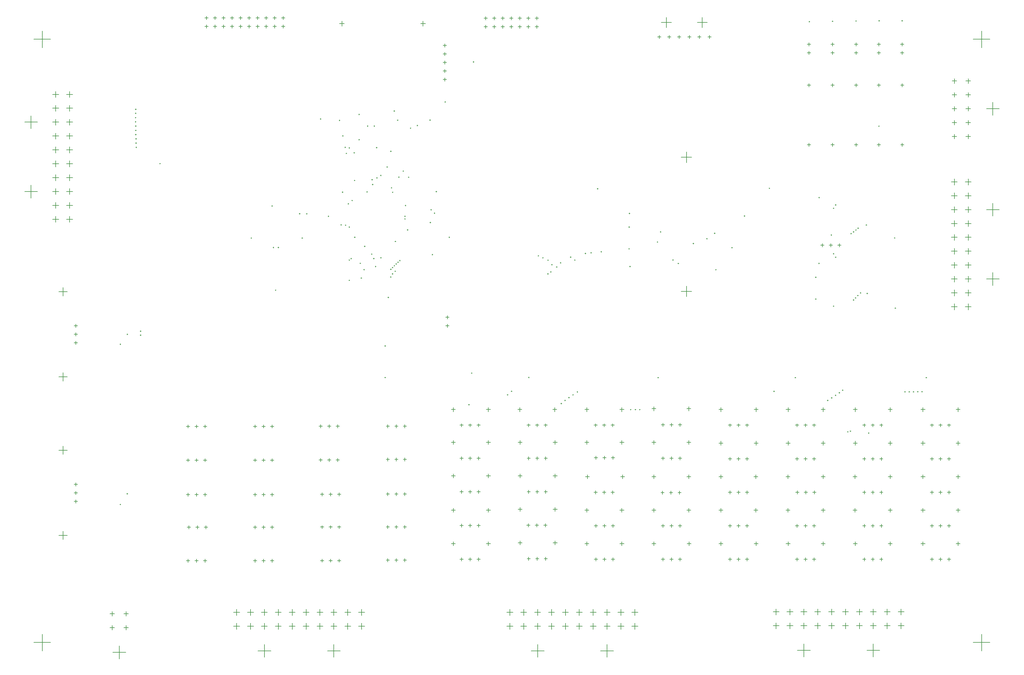
<source format=gbr>
%TF.GenerationSoftware,Altium Limited,Altium Designer,18.0.11 (651)*%
G04 Layer_Color=128*
%FSLAX26Y26*%
%MOIN*%
%TF.FileFunction,Drillmap*%
%TF.Part,Single*%
G01*
G75*
%TA.AperFunction,NonConductor*%
%ADD92C,0.005000*%
D92*
X5677244Y7628346D02*
X5717244D01*
X5697244Y7608346D02*
Y7648346D01*
X5777244Y7628346D02*
X5817244D01*
X5797244Y7608346D02*
Y7648346D01*
X5677244Y7728346D02*
X5717244D01*
X5697244Y7708346D02*
Y7748346D01*
X6177244Y7628346D02*
X6217244D01*
X6197244Y7608346D02*
Y7648346D01*
X6177244Y7728346D02*
X6217244D01*
X6197244Y7708346D02*
Y7748346D01*
X6077244Y7628346D02*
X6117244D01*
X6097244Y7608346D02*
Y7648346D01*
X6077244Y7728346D02*
X6117244D01*
X6097244Y7708346D02*
Y7748346D01*
X5977244Y7628346D02*
X6017244D01*
X5997244Y7608346D02*
Y7648346D01*
X5977244Y7728346D02*
X6017244D01*
X5997244Y7708346D02*
Y7748346D01*
X5877244Y7628346D02*
X5917244D01*
X5897244Y7608346D02*
Y7648346D01*
X5877244Y7728346D02*
X5917244D01*
X5897244Y7708346D02*
Y7748346D01*
X5577244Y7628346D02*
X5617244D01*
X5597244Y7608346D02*
Y7648346D01*
X5777244Y7728346D02*
X5817244D01*
X5797244Y7708346D02*
Y7748346D01*
X5577244Y7728346D02*
X5617244D01*
X5597244Y7708346D02*
Y7748346D01*
X10705512Y1555118D02*
X10752756D01*
X10729134Y1531496D02*
Y1578740D01*
X11117323Y1555118D02*
X11164567D01*
X11140945Y1531496D02*
Y1578740D01*
X10705512Y1948819D02*
X10752756D01*
X10729134Y1925197D02*
Y1972441D01*
X11117323Y1948819D02*
X11164567D01*
X11140945Y1925197D02*
Y1972441D01*
X10705512Y2342520D02*
X10752756D01*
X10729134Y2318898D02*
Y2366142D01*
X11117323Y2342520D02*
X11164567D01*
X11140945Y2318898D02*
Y2366142D01*
X10705512Y2736220D02*
X10752756D01*
X10729134Y2712599D02*
Y2759843D01*
X11117323Y2736220D02*
X11164567D01*
X11140945Y2712599D02*
Y2759843D01*
X10705512Y3129921D02*
X10752756D01*
X10729134Y3106299D02*
Y3153543D01*
X11117323Y3129921D02*
X11164567D01*
X11140945Y3106299D02*
Y3153543D01*
X9909843Y1555118D02*
X9957087D01*
X9933465Y1531496D02*
Y1578740D01*
X10321654Y1555118D02*
X10368898D01*
X10345276Y1531496D02*
Y1578740D01*
X10019685Y1371653D02*
X10059055D01*
X10039370Y1351968D02*
Y1391338D01*
X10119685Y1371653D02*
X10159055D01*
X10139370Y1351968D02*
Y1391338D01*
X10219685Y1371653D02*
X10259055D01*
X10239370Y1351968D02*
Y1391338D01*
X10019685Y1765354D02*
X10059055D01*
X10039370Y1745669D02*
Y1785039D01*
X10119685Y1765354D02*
X10159055D01*
X10139370Y1745669D02*
Y1785039D01*
X10219685Y1765354D02*
X10259055D01*
X10239370Y1745669D02*
Y1785039D01*
X9908268Y1948819D02*
X9955512D01*
X9931890Y1925197D02*
Y1972441D01*
X10320079Y1948819D02*
X10367323D01*
X10343701Y1925197D02*
Y1972441D01*
X10019685Y2159055D02*
X10059055D01*
X10039370Y2139370D02*
Y2178740D01*
X10119685Y2159055D02*
X10159055D01*
X10139370Y2139370D02*
Y2178740D01*
X10219685Y2159055D02*
X10259055D01*
X10239370Y2139370D02*
Y2178740D01*
X9908268Y2342520D02*
X9955512D01*
X9931890Y2318898D02*
Y2366142D01*
X10320079Y2342520D02*
X10367323D01*
X10343701Y2318898D02*
Y2366142D01*
X10019685Y2552756D02*
X10059055D01*
X10039370Y2533071D02*
Y2572441D01*
X10119685Y2552756D02*
X10159055D01*
X10139370Y2533071D02*
Y2572441D01*
X10219685Y2552756D02*
X10259055D01*
X10239370Y2533071D02*
Y2572441D01*
X9909843Y2736220D02*
X9957087D01*
X9933465Y2712599D02*
Y2759843D01*
X10321654Y2736220D02*
X10368898D01*
X10345276Y2712599D02*
Y2759843D01*
X10019685Y2946456D02*
X10059055D01*
X10039370Y2926771D02*
Y2966142D01*
X10119685Y2946456D02*
X10159055D01*
X10139370Y2926771D02*
Y2966142D01*
X10219685Y2946456D02*
X10259055D01*
X10239370Y2926771D02*
Y2966142D01*
X9909843Y3129921D02*
X9957087D01*
X9933465Y3106299D02*
Y3153543D01*
X10321654Y3129921D02*
X10368898D01*
X10345276Y3106299D02*
Y3153543D01*
X9122441Y1555118D02*
X9169685D01*
X9146063Y1531496D02*
Y1578740D01*
X9534252Y1555118D02*
X9581496D01*
X9557874Y1531496D02*
Y1578740D01*
X9120866Y1948819D02*
X9168110D01*
X9144488Y1925197D02*
Y1972441D01*
X9532677Y1948819D02*
X9579921D01*
X9556299Y1925197D02*
Y1972441D01*
X9120866Y2342520D02*
X9168110D01*
X9144488Y2318898D02*
Y2366142D01*
X9532677Y2342520D02*
X9579921D01*
X9556299Y2318898D02*
Y2366142D01*
X9122441Y2736220D02*
X9169685D01*
X9146063Y2712599D02*
Y2759843D01*
X9534252Y2736220D02*
X9581496D01*
X9557874Y2712599D02*
Y2759843D01*
X9122441Y3129921D02*
X9169685D01*
X9146063Y3106299D02*
Y3153543D01*
X9534252Y3129921D02*
X9581496D01*
X9557874Y3106299D02*
Y3153543D01*
X8444882Y1371653D02*
X8484252D01*
X8464567Y1351968D02*
Y1391339D01*
X8544882Y1371653D02*
X8584252D01*
X8564567Y1351968D02*
Y1391339D01*
X8644882Y1371653D02*
X8684252D01*
X8664567Y1351968D02*
Y1391339D01*
X8335039Y1555118D02*
X8382283D01*
X8358661Y1531496D02*
Y1578740D01*
X8746850Y1555118D02*
X8794094D01*
X8770472Y1531496D02*
Y1578740D01*
X8444882Y1765354D02*
X8484252D01*
X8464567Y1745669D02*
Y1785039D01*
X8544882Y1765354D02*
X8584252D01*
X8564567Y1745669D02*
Y1785039D01*
X8644882Y1765354D02*
X8684252D01*
X8664567Y1745669D02*
Y1785039D01*
X8333465Y1948819D02*
X8380709D01*
X8357087Y1925197D02*
Y1972441D01*
X8745276Y1948819D02*
X8792520D01*
X8768898Y1925197D02*
Y1972441D01*
X8444882Y2159055D02*
X8484252D01*
X8464567Y2139370D02*
Y2178740D01*
X8544882Y2159055D02*
X8584252D01*
X8564567Y2139370D02*
Y2178740D01*
X8644882Y2159055D02*
X8684252D01*
X8664567Y2139370D02*
Y2178740D01*
X8333465Y2342520D02*
X8380709D01*
X8357087Y2318898D02*
Y2366142D01*
X8745276Y2342520D02*
X8792520D01*
X8768898Y2318898D02*
Y2366142D01*
X8444882Y2552756D02*
X8484252D01*
X8464567Y2533071D02*
Y2572441D01*
X8544882Y2552756D02*
X8584252D01*
X8564567Y2533071D02*
Y2572441D01*
X8644882Y2552756D02*
X8684252D01*
X8664567Y2533071D02*
Y2572441D01*
X8335039Y2736220D02*
X8382283D01*
X8358661Y2712599D02*
Y2759843D01*
X8746850Y2736220D02*
X8794094D01*
X8770472Y2712599D02*
Y2759843D01*
X8335039Y3129921D02*
X8382283D01*
X8358661Y3106299D02*
Y3153543D01*
X8746850Y3129921D02*
X8794094D01*
X8770472Y3106299D02*
Y3153543D01*
X7547638Y1555118D02*
X7594882D01*
X7571260Y1531496D02*
Y1578740D01*
X7959449Y1555118D02*
X8006693D01*
X7983071Y1531496D02*
Y1578740D01*
X7546063Y1948819D02*
X7593307D01*
X7569685Y1925197D02*
Y1972441D01*
X7957874Y1948819D02*
X8005118D01*
X7981496Y1925197D02*
Y1972441D01*
X7546063Y2342520D02*
X7593307D01*
X7569685Y2318898D02*
Y2366142D01*
X7957874Y2342520D02*
X8005118D01*
X7981496Y2318898D02*
Y2366142D01*
X7546063Y2746063D02*
X7593307D01*
X7569685Y2722441D02*
Y2769685D01*
X7957874Y2746063D02*
X8005118D01*
X7981496Y2722441D02*
Y2769685D01*
X7546063Y3139764D02*
X7593307D01*
X7569685Y3116142D02*
Y3163386D01*
X7957874Y3139764D02*
X8005118D01*
X7981496Y3116142D02*
Y3163386D01*
X6870079Y1371653D02*
X6909449D01*
X6889764Y1351968D02*
Y1391338D01*
X6970079Y1371653D02*
X7009449D01*
X6989764Y1351968D02*
Y1391338D01*
X7070079Y1371653D02*
X7109449D01*
X7089764Y1351968D02*
Y1391338D01*
X6760236Y1555118D02*
X6807480D01*
X6783858Y1531496D02*
Y1578740D01*
X7172047Y1555118D02*
X7219291D01*
X7195669Y1531496D02*
Y1578740D01*
X6870079Y1765354D02*
X6909449D01*
X6889764Y1745669D02*
Y1785039D01*
X6970079Y1765354D02*
X7009449D01*
X6989764Y1745669D02*
Y1785039D01*
X7070079Y1765354D02*
X7109449D01*
X7089764Y1745669D02*
Y1785039D01*
X6760236Y1948819D02*
X6807480D01*
X6783858Y1925197D02*
Y1972441D01*
X7172047Y1948819D02*
X7219291D01*
X7195669Y1925197D02*
Y1972441D01*
X6868504Y2159055D02*
X6907874D01*
X6888189Y2139370D02*
Y2178740D01*
X6968504Y2159055D02*
X7007874D01*
X6988189Y2139370D02*
Y2178740D01*
X7068504Y2159055D02*
X7107874D01*
X7088189Y2139370D02*
Y2178740D01*
X6768504Y2342520D02*
X6815748D01*
X6792126Y2318898D02*
Y2366142D01*
X7180315Y2342520D02*
X7227559D01*
X7203937Y2318898D02*
Y2366142D01*
X6870079Y2564961D02*
X6909449D01*
X6889764Y2545276D02*
Y2584646D01*
X6970079Y2564961D02*
X7009449D01*
X6989764Y2545276D02*
Y2584646D01*
X7070079Y2564961D02*
X7109449D01*
X7089764Y2545276D02*
Y2584646D01*
X6760236Y2746063D02*
X6807480D01*
X6783858Y2722441D02*
Y2769685D01*
X7172047Y2746063D02*
X7219291D01*
X7195669Y2722441D02*
Y2769685D01*
X6868504Y2946456D02*
X6907874D01*
X6888189Y2926771D02*
Y2966142D01*
X6968504Y2946456D02*
X7007874D01*
X6988189Y2926771D02*
Y2966142D01*
X7068504Y2946456D02*
X7107874D01*
X7088189Y2926771D02*
Y2966142D01*
X6760236Y3129921D02*
X6807480D01*
X6783858Y3106299D02*
Y3153543D01*
X7172047Y3129921D02*
X7219291D01*
X7195669Y3106299D02*
Y3153543D01*
X5977165Y1564961D02*
X6024409D01*
X6000787Y1541339D02*
Y1588583D01*
X6388976Y1564961D02*
X6436220D01*
X6412598Y1541339D02*
Y1588583D01*
X5977165Y1958661D02*
X6024409D01*
X6000787Y1935039D02*
Y1982283D01*
X6388976Y1958661D02*
X6436220D01*
X6412598Y1935039D02*
Y1982283D01*
X5977165Y2352362D02*
X6024409D01*
X6000787Y2328740D02*
Y2375984D01*
X6388976Y2352362D02*
X6436220D01*
X6412598Y2328740D02*
Y2375984D01*
X5977165Y2746063D02*
X6024409D01*
X6000787Y2722441D02*
Y2769685D01*
X6388976Y2746063D02*
X6436220D01*
X6412598Y2722441D02*
Y2769685D01*
X5972835Y3129921D02*
X6020079D01*
X5996457Y3106299D02*
Y3153543D01*
X6384646Y3129921D02*
X6431890D01*
X6408268Y3106299D02*
Y3153543D01*
X5295276Y1371653D02*
X5334646D01*
X5314961Y1351968D02*
Y1391338D01*
X5395276Y1371653D02*
X5434646D01*
X5414961Y1351968D02*
Y1391338D01*
X5495276Y1371653D02*
X5534646D01*
X5514961Y1351968D02*
Y1391338D01*
X5193701Y1555118D02*
X5240945D01*
X5217323Y1531496D02*
Y1578740D01*
X5605512Y1555118D02*
X5652756D01*
X5629134Y1531496D02*
Y1578740D01*
X5193701Y1948819D02*
X5240945D01*
X5217323Y1925197D02*
Y1972441D01*
X5605512Y1948819D02*
X5652756D01*
X5629134Y1925197D02*
Y1972441D01*
X5295276Y1768504D02*
X5334646D01*
X5314961Y1748819D02*
Y1788189D01*
X5395276Y1768504D02*
X5434646D01*
X5414961Y1748819D02*
Y1788189D01*
X5495276Y1768504D02*
X5534646D01*
X5514961Y1748819D02*
Y1788189D01*
X5293701Y2165354D02*
X5333071D01*
X5313386Y2145669D02*
Y2185039D01*
X5393701Y2165354D02*
X5433071D01*
X5413386Y2145669D02*
Y2185039D01*
X5493701Y2165354D02*
X5533071D01*
X5513386Y2145669D02*
Y2185039D01*
X5193701Y2352362D02*
X5240945D01*
X5217323Y2328740D02*
Y2375984D01*
X5605512Y2352362D02*
X5652756D01*
X5629134Y2328740D02*
Y2375984D01*
X5295276Y2559055D02*
X5334646D01*
X5314961Y2539370D02*
Y2578740D01*
X5395276Y2559055D02*
X5434646D01*
X5414961Y2539370D02*
Y2578740D01*
X5495276Y2559055D02*
X5534646D01*
X5514961Y2539370D02*
Y2578740D01*
X5193701Y2746063D02*
X5240945D01*
X5217323Y2722441D02*
Y2769685D01*
X5605512Y2746063D02*
X5652756D01*
X5629134Y2722441D02*
Y2769685D01*
X5193701Y3129921D02*
X5240945D01*
X5217323Y3106299D02*
Y3153543D01*
X5605512Y3129921D02*
X5652756D01*
X5629134Y3106299D02*
Y3153543D01*
X5295276Y2946456D02*
X5334646D01*
X5314961Y2926771D02*
Y2966142D01*
X5395276Y2946456D02*
X5434646D01*
X5414961Y2926771D02*
Y2966142D01*
X5495276Y2946456D02*
X5534646D01*
X5514961Y2926771D02*
Y2966142D01*
X4429528Y1362599D02*
X4468898D01*
X4449213Y1342914D02*
Y1382284D01*
X4529528Y1362599D02*
X4568898D01*
X4549213Y1342914D02*
Y1382284D01*
X4629528Y1362599D02*
X4668898D01*
X4649213Y1342914D02*
Y1382284D01*
X4429528Y1751575D02*
X4468898D01*
X4449213Y1731890D02*
Y1771260D01*
X4529528Y1751575D02*
X4568898D01*
X4549213Y1731890D02*
Y1771260D01*
X4629528Y1751575D02*
X4668898D01*
X4649213Y1731890D02*
Y1771260D01*
X4429528Y2137008D02*
X4468898D01*
X4449213Y2117323D02*
Y2156693D01*
X4529528Y2137008D02*
X4568898D01*
X4549213Y2117323D02*
Y2156693D01*
X4629528Y2137008D02*
X4668898D01*
X4649213Y2117323D02*
Y2156693D01*
X4429528Y2545351D02*
X4468898D01*
X4449213Y2525666D02*
Y2565036D01*
X4529528Y2545351D02*
X4568898D01*
X4549213Y2525666D02*
Y2565036D01*
X4629528Y2545351D02*
X4668898D01*
X4649213Y2525666D02*
Y2565036D01*
X3658186Y1356299D02*
X3697556D01*
X3677871Y1336614D02*
Y1375984D01*
X3758186Y1356299D02*
X3797556D01*
X3777871Y1336614D02*
Y1375984D01*
X3858186Y1356299D02*
X3897556D01*
X3877871Y1336614D02*
Y1375984D01*
X3658186Y1750000D02*
X3697556D01*
X3677871Y1730315D02*
Y1769685D01*
X3758186Y1750000D02*
X3797556D01*
X3777871Y1730315D02*
Y1769685D01*
X3858186Y1750000D02*
X3897556D01*
X3877871Y1730315D02*
Y1769685D01*
X3658186Y2133859D02*
X3697556D01*
X3677871Y2114174D02*
Y2153544D01*
X3758186Y2133859D02*
X3797556D01*
X3777871Y2114174D02*
Y2153544D01*
X3858186Y2133859D02*
X3897556D01*
X3877871Y2114174D02*
Y2153544D01*
X3640946Y2537402D02*
X3680316D01*
X3660631Y2517717D02*
Y2557087D01*
X3740946Y2537402D02*
X3780316D01*
X3760631Y2517717D02*
Y2557087D01*
X3840946Y2537402D02*
X3880316D01*
X3860631Y2517717D02*
Y2557087D01*
X3642127Y2934252D02*
X3681497D01*
X3661812Y2914567D02*
Y2953937D01*
X3742127Y2934252D02*
X3781497D01*
X3761812Y2914567D02*
Y2953937D01*
X3842127Y2934252D02*
X3881497D01*
X3861812Y2914567D02*
Y2953937D01*
X7658465Y7677953D02*
X7776575D01*
X7717520Y7618898D02*
Y7737008D01*
X8079724Y7677953D02*
X8197835D01*
X8138779Y7618898D02*
Y7737008D01*
X8203346Y7507874D02*
X8243504D01*
X8223425Y7487795D02*
Y7527953D01*
X8085236Y7507874D02*
X8125394D01*
X8105315Y7487795D02*
Y7527953D01*
X7967126Y7507874D02*
X8007283D01*
X7987205Y7487795D02*
Y7527953D01*
X7612795Y7507874D02*
X7652953D01*
X7632874Y7487795D02*
Y7527953D01*
X7730906Y7507874D02*
X7771063D01*
X7750984Y7487795D02*
Y7527953D01*
X7849016Y7507874D02*
X7889173D01*
X7869095Y7487795D02*
Y7527953D01*
X588583Y3514173D02*
X687008D01*
X637795Y3464961D02*
Y3563386D01*
X588583Y4514173D02*
X687008D01*
X637795Y4464961D02*
Y4563386D01*
X588583Y1652362D02*
X687008D01*
X637795Y1603150D02*
Y1701575D01*
X588583Y2652362D02*
X687008D01*
X637795Y2603150D02*
Y2701575D01*
X9528031Y5061023D02*
X9568031D01*
X9548031Y5041023D02*
Y5081023D01*
X9728031Y5061024D02*
X9768031D01*
X9748031Y5041024D02*
Y5081024D01*
X9628031Y5061023D02*
X9668031D01*
X9648031Y5041023D02*
Y5081023D01*
X767717Y4114173D02*
X807087D01*
X787402Y4094488D02*
Y4133858D01*
X767717Y4014173D02*
X807087D01*
X787402Y3994488D02*
Y4033858D01*
X767717Y3914173D02*
X807087D01*
X787402Y3894488D02*
Y3933858D01*
X10466063Y6942205D02*
X10505433D01*
X10485748Y6922520D02*
Y6961890D01*
X10466063Y6242205D02*
X10505433D01*
X10485748Y6222520D02*
Y6261890D01*
X10192323Y6942205D02*
X10231693D01*
X10212008Y6922520D02*
Y6961890D01*
X10192323Y6242205D02*
X10231693D01*
X10212008Y6222520D02*
Y6261890D01*
X9923629Y6941682D02*
X9962999D01*
X9943314Y6921997D02*
Y6961367D01*
X9923629Y6241682D02*
X9962999D01*
X9943314Y6221997D02*
Y6261367D01*
X9648038Y6941682D02*
X9687408D01*
X9667723Y6921997D02*
Y6961367D01*
X9648038Y6241682D02*
X9687408D01*
X9667723Y6221997D02*
Y6261367D01*
X9372448Y6941682D02*
X9411817D01*
X9392132Y6921997D02*
Y6961367D01*
X9372448Y6241682D02*
X9411817D01*
X9392132Y6221997D02*
Y6261367D01*
X4429528Y2934252D02*
X4468898D01*
X4449213Y2914567D02*
Y2953937D01*
X4529528Y2934252D02*
X4568898D01*
X4549213Y2914567D02*
Y2953937D01*
X4629528Y2934252D02*
X4668898D01*
X4649213Y2914567D02*
Y2953937D01*
X5127638Y4114173D02*
X5167638D01*
X5147638Y4094173D02*
Y4134173D01*
X5127638Y4214173D02*
X5167638D01*
X5147638Y4194173D02*
Y4234173D01*
X7889764Y6094488D02*
X8015748D01*
X7952756Y6031496D02*
Y6157480D01*
X7889764Y4519685D02*
X8015748D01*
X7952756Y4456693D02*
Y4582677D01*
X10463077Y7421260D02*
X10503077D01*
X10483077Y7401260D02*
Y7441260D01*
X10463077Y7321260D02*
X10503077D01*
X10483077Y7301260D02*
Y7341260D01*
X11318898Y393701D02*
X11515748D01*
X11417323Y295276D02*
Y492126D01*
X11318898Y7480315D02*
X11515748D01*
X11417323Y7381890D02*
Y7578740D01*
X295276Y7480315D02*
X492126D01*
X393701Y7381890D02*
Y7578740D01*
X5098110Y7409449D02*
X5138110D01*
X5118110Y7389449D02*
Y7429449D01*
X5098110Y7309449D02*
X5138110D01*
X5118110Y7289449D02*
Y7329449D01*
X5098110Y7109449D02*
X5138110D01*
X5118110Y7089449D02*
Y7129449D01*
X5098111Y7009449D02*
X5138111D01*
X5118111Y6989449D02*
Y7029449D01*
X5098110Y7209449D02*
X5138110D01*
X5118110Y7189449D02*
Y7229449D01*
X515748Y5366142D02*
X586614D01*
X551181Y5330709D02*
Y5401575D01*
X515748Y5529134D02*
X586614D01*
X551181Y5493701D02*
Y5564567D01*
X515748Y6181102D02*
X586614D01*
X551181Y6145669D02*
Y6216535D01*
X515748Y6018110D02*
X586614D01*
X551181Y5982677D02*
Y6053543D01*
X515748Y5692126D02*
X586614D01*
X551181Y5656693D02*
Y5727559D01*
X515748Y5855118D02*
X586614D01*
X551181Y5819685D02*
Y5890551D01*
X515748Y6507087D02*
X586614D01*
X551181Y6471654D02*
Y6542520D01*
X515748Y6344095D02*
X586614D01*
X551181Y6308662D02*
Y6379528D01*
X515748Y6670079D02*
X586614D01*
X551181Y6634646D02*
Y6705512D01*
X515748Y6833071D02*
X586614D01*
X551181Y6797638D02*
Y6868504D01*
X678740Y6833071D02*
X749606D01*
X714173Y6797638D02*
Y6868504D01*
X678740Y6670079D02*
X749606D01*
X714173Y6634646D02*
Y6705512D01*
X678740Y6344095D02*
X749606D01*
X714173Y6308662D02*
Y6379528D01*
X678740Y6507087D02*
X749606D01*
X714173Y6471654D02*
Y6542520D01*
X678740Y5855118D02*
X749606D01*
X714173Y5819685D02*
Y5890551D01*
X678740Y5692126D02*
X749606D01*
X714173Y5656693D02*
Y5727559D01*
X678740Y6018110D02*
X749606D01*
X714173Y5982677D02*
Y6053543D01*
X678740Y6181102D02*
X749606D01*
X714173Y6145669D02*
Y6216535D01*
X678740Y5529134D02*
X749606D01*
X714173Y5493701D02*
Y5564567D01*
X186220Y6507087D02*
X338189D01*
X262205Y6431102D02*
Y6583071D01*
X186220Y5692126D02*
X338189D01*
X262205Y5616142D02*
Y5768110D01*
X678740Y5366142D02*
X749606D01*
X714173Y5330709D02*
Y5401575D01*
X11224409Y5805118D02*
X11295275D01*
X11259843Y5769685D02*
Y5840551D01*
X11224409Y5642126D02*
X11295275D01*
X11259843Y5606693D02*
Y5677559D01*
X11224409Y4990158D02*
X11295275D01*
X11259843Y4954725D02*
Y5025591D01*
X11224409Y5153150D02*
X11295275D01*
X11259843Y5117717D02*
Y5188583D01*
X11224409Y5479134D02*
X11295275D01*
X11259843Y5443701D02*
Y5514567D01*
X11224409Y5316142D02*
X11295275D01*
X11259843Y5280709D02*
Y5351575D01*
X11224409Y4664173D02*
X11295275D01*
X11259843Y4628740D02*
Y4699606D01*
X11224409Y4827166D02*
X11295275D01*
X11259843Y4791733D02*
Y4862599D01*
X11224409Y4501181D02*
X11295275D01*
X11259843Y4465748D02*
Y4536614D01*
X11224409Y4338189D02*
X11295275D01*
X11259843Y4302756D02*
Y4373622D01*
X11061417Y4338189D02*
X11132283D01*
X11096850Y4302756D02*
Y4373622D01*
X11061417Y4501181D02*
X11132283D01*
X11096850Y4465748D02*
Y4536614D01*
X11061417Y4827166D02*
X11132283D01*
X11096850Y4791733D02*
Y4862599D01*
X11061417Y4664173D02*
X11132283D01*
X11096850Y4628740D02*
Y4699606D01*
X11061417Y5316142D02*
X11132283D01*
X11096850Y5280709D02*
Y5351575D01*
X11061417Y5479134D02*
X11132283D01*
X11096850Y5443701D02*
Y5514567D01*
X11061417Y5153150D02*
X11132283D01*
X11096850Y5117717D02*
Y5188583D01*
X11061417Y4990158D02*
X11132283D01*
X11096850Y4954725D02*
Y5025591D01*
X11061417Y5642126D02*
X11132283D01*
X11096850Y5606693D02*
Y5677559D01*
X11472835Y4664173D02*
X11624803D01*
X11548819Y4588189D02*
Y4740158D01*
X11472835Y5479134D02*
X11624803D01*
X11548819Y5403150D02*
Y5555118D01*
X11061417Y5805118D02*
X11132283D01*
X11096850Y5769685D02*
Y5840551D01*
X7312205Y585039D02*
X7383071D01*
X7347638Y549606D02*
Y620472D01*
X7149213Y585039D02*
X7220079D01*
X7184646Y549606D02*
Y620472D01*
X6497244Y585039D02*
X6568110D01*
X6532677Y549606D02*
Y620472D01*
X6660236Y585039D02*
X6731102D01*
X6695669Y549606D02*
Y620472D01*
X6986221Y585039D02*
X7057087D01*
X7021654Y549606D02*
Y620472D01*
X6823228Y585039D02*
X6894094D01*
X6858661Y549606D02*
Y620472D01*
X6171260Y585039D02*
X6242126D01*
X6206693Y549606D02*
Y620472D01*
X6334252Y585039D02*
X6405118D01*
X6369685Y549606D02*
Y620472D01*
X6008268Y585039D02*
X6079134D01*
X6043701Y549606D02*
Y620472D01*
X5845276Y585039D02*
X5916142D01*
X5880709Y549606D02*
Y620472D01*
X5845276Y748032D02*
X5916142D01*
X5880709Y712598D02*
Y783465D01*
X6008268Y748032D02*
X6079134D01*
X6043701Y712598D02*
Y783465D01*
X6334252Y748032D02*
X6405118D01*
X6369685Y712598D02*
Y783465D01*
X6171260Y748032D02*
X6242126D01*
X6206693Y712598D02*
Y783465D01*
X6823228Y748032D02*
X6894094D01*
X6858661Y712598D02*
Y783465D01*
X6986221Y748032D02*
X7057087D01*
X7021654Y712598D02*
Y783465D01*
X6660236Y748032D02*
X6731102D01*
X6695669Y712598D02*
Y783465D01*
X6497244Y748032D02*
X6568110D01*
X6532677Y712598D02*
Y783465D01*
X7149213Y748032D02*
X7220079D01*
X7184646Y712598D02*
Y783465D01*
X6130709Y296063D02*
X6282677D01*
X6206693Y220079D02*
Y372047D01*
X6945669Y296063D02*
X7097638D01*
X7021654Y220079D02*
Y372047D01*
X7312205Y748032D02*
X7383071D01*
X7347638Y712598D02*
Y783465D01*
X10436221Y590551D02*
X10507087D01*
X10471654Y555118D02*
Y625984D01*
X10273228Y590551D02*
X10344094D01*
X10308661Y555118D02*
Y625984D01*
X9621260Y590551D02*
X9692126D01*
X9656693Y555118D02*
Y625984D01*
X9784252Y590551D02*
X9855118D01*
X9819685Y555118D02*
Y625984D01*
X10110236Y590551D02*
X10181102D01*
X10145669Y555118D02*
Y625984D01*
X9947244Y590551D02*
X10018110D01*
X9982677Y555118D02*
Y625984D01*
X9295276Y590551D02*
X9366142D01*
X9330709Y555118D02*
Y625984D01*
X9458268Y590551D02*
X9529134D01*
X9493701Y555118D02*
Y625984D01*
X9132284Y590551D02*
X9203150D01*
X9167717Y555118D02*
Y625984D01*
X8969291Y590551D02*
X9040157D01*
X9004724Y555118D02*
Y625984D01*
X8969291Y753543D02*
X9040157D01*
X9004724Y718110D02*
Y788976D01*
X9132284Y753543D02*
X9203150D01*
X9167717Y718110D02*
Y788976D01*
X9458268Y753543D02*
X9529134D01*
X9493701Y718110D02*
Y788976D01*
X9295276Y753543D02*
X9366142D01*
X9330709Y718110D02*
Y788976D01*
X9947244Y753543D02*
X10018110D01*
X9982677Y718110D02*
Y788976D01*
X10110236Y753543D02*
X10181102D01*
X10145669Y718110D02*
Y788976D01*
X9784252Y753543D02*
X9855118D01*
X9819685Y718110D02*
Y788976D01*
X9621260Y753543D02*
X9692126D01*
X9656693Y718110D02*
Y788976D01*
X10273228Y753543D02*
X10344094D01*
X10308661Y718110D02*
Y788976D01*
X9254725Y301575D02*
X9406693D01*
X9330709Y225591D02*
Y377559D01*
X10069685Y301575D02*
X10221654D01*
X10145669Y225591D02*
Y377559D01*
X10436221Y753543D02*
X10507087D01*
X10471654Y718110D02*
Y788976D01*
X3879921Y7665354D02*
X3938976D01*
X3909449Y7635827D02*
Y7694882D01*
X4832677Y7665354D02*
X4891732D01*
X4862205Y7635827D02*
Y7694882D01*
X7857480Y2952756D02*
X7896850D01*
X7877165Y2933071D02*
Y2972441D01*
X7757480Y2952756D02*
X7796850D01*
X7777165Y2933071D02*
Y2972441D01*
X7657480Y2952756D02*
X7696850D01*
X7677165Y2933071D02*
Y2972441D01*
X7857480Y2559055D02*
X7896850D01*
X7877165Y2539370D02*
Y2578740D01*
X7757480Y2559055D02*
X7796850D01*
X7777165Y2539370D02*
Y2578740D01*
X7657480Y2559055D02*
X7696850D01*
X7677165Y2539370D02*
Y2578740D01*
X7852681Y2155512D02*
X7892051D01*
X7872366Y2135827D02*
Y2175197D01*
X7752681Y2155512D02*
X7792051D01*
X7772366Y2135827D02*
Y2175197D01*
X7652681Y2155512D02*
X7692051D01*
X7672366Y2135827D02*
Y2175197D01*
X7857480Y1765354D02*
X7896850D01*
X7877165Y1745669D02*
Y1785039D01*
X7757480Y1765354D02*
X7796850D01*
X7777165Y1745669D02*
Y1785039D01*
X7657480Y1765354D02*
X7696850D01*
X7677165Y1745669D02*
Y1785039D01*
X7857480Y1371653D02*
X7896850D01*
X7877165Y1351968D02*
Y1391339D01*
X7757480Y1371653D02*
X7796850D01*
X7777165Y1351968D02*
Y1391339D01*
X7657480Y1371653D02*
X7696850D01*
X7677165Y1351968D02*
Y1391339D01*
X6281102Y2946456D02*
X6320472D01*
X6300787Y2926771D02*
Y2966142D01*
X6181102Y2946456D02*
X6220472D01*
X6200787Y2926771D02*
Y2966142D01*
X6081102Y2946456D02*
X6120472D01*
X6100787Y2926771D02*
Y2966142D01*
X6282677Y2559055D02*
X6322047D01*
X6302362Y2539370D02*
Y2578740D01*
X6182677Y2559055D02*
X6222047D01*
X6202362Y2539370D02*
Y2578740D01*
X6082677Y2559055D02*
X6122047D01*
X6102362Y2539370D02*
Y2578740D01*
X6282677Y2165354D02*
X6322047D01*
X6302362Y2145669D02*
Y2185039D01*
X6182677Y2165354D02*
X6222047D01*
X6202362Y2145669D02*
Y2185039D01*
X6082677Y2165354D02*
X6122047D01*
X6102362Y2145669D02*
Y2185039D01*
X6277877Y1771654D02*
X6317247D01*
X6297562Y1751969D02*
Y1791339D01*
X6177877Y1771654D02*
X6217247D01*
X6197562Y1751969D02*
Y1791339D01*
X6077877Y1771654D02*
X6117247D01*
X6097562Y1751969D02*
Y1791339D01*
X6282677Y1377953D02*
X6322047D01*
X6302362Y1358268D02*
Y1397638D01*
X6182677Y1377953D02*
X6222047D01*
X6202362Y1358268D02*
Y1397638D01*
X6082677Y1377953D02*
X6122047D01*
X6102362Y1358268D02*
Y1397638D01*
X11015354Y2946456D02*
X11054724D01*
X11035039Y2926771D02*
Y2966142D01*
X10915354Y2946456D02*
X10954724D01*
X10935039Y2926771D02*
Y2966142D01*
X10815354Y2946456D02*
X10854724D01*
X10835039Y2926771D02*
Y2966142D01*
X11015354Y2552756D02*
X11054724D01*
X11035039Y2533071D02*
Y2572441D01*
X10915354Y2552756D02*
X10954724D01*
X10935039Y2533071D02*
Y2572441D01*
X10815354Y2552756D02*
X10854724D01*
X10835039Y2533071D02*
Y2572441D01*
X11015354Y2159055D02*
X11054724D01*
X11035039Y2139370D02*
Y2178740D01*
X10915354Y2159055D02*
X10954724D01*
X10935039Y2139370D02*
Y2178740D01*
X10815354Y2159055D02*
X10854724D01*
X10835039Y2139370D02*
Y2178740D01*
X11015354Y1765354D02*
X11054724D01*
X11035039Y1745669D02*
Y1785039D01*
X10915354Y1765354D02*
X10954724D01*
X10935039Y1745669D02*
Y1785039D01*
X10815354Y1765354D02*
X10854724D01*
X10835039Y1745669D02*
Y1785039D01*
X11015354Y1371653D02*
X11054724D01*
X11035039Y1351968D02*
Y1391339D01*
X10915354Y1371653D02*
X10954724D01*
X10935039Y1351968D02*
Y1391339D01*
X10815354Y1371653D02*
X10854724D01*
X10835039Y1351968D02*
Y1391339D01*
X9432283Y2946456D02*
X9471654D01*
X9451969Y2926771D02*
Y2966142D01*
X9332283Y2946456D02*
X9371654D01*
X9351969Y2926771D02*
Y2966142D01*
X9232283Y2946456D02*
X9271654D01*
X9251969Y2926771D02*
Y2966142D01*
X9432283Y2552756D02*
X9471654D01*
X9451969Y2533071D02*
Y2572441D01*
X9332283Y2552756D02*
X9371654D01*
X9351969Y2533071D02*
Y2572441D01*
X9232283Y2552756D02*
X9271654D01*
X9251969Y2533071D02*
Y2572441D01*
X9435433Y2159055D02*
X9474803D01*
X9455118Y2139370D02*
Y2178740D01*
X9335433Y2159055D02*
X9374803D01*
X9355118Y2139370D02*
Y2178740D01*
X9235433Y2159055D02*
X9274803D01*
X9255118Y2139370D02*
Y2178740D01*
X9432283Y1765354D02*
X9471654D01*
X9451969Y1745669D02*
Y1785039D01*
X9332283Y1765354D02*
X9371654D01*
X9351969Y1745669D02*
Y1785039D01*
X9232283Y1765354D02*
X9271654D01*
X9251969Y1745669D02*
Y1785039D01*
X9432283Y1371653D02*
X9471654D01*
X9451969Y1351968D02*
Y1391339D01*
X9332283Y1371653D02*
X9371654D01*
X9351969Y1351968D02*
Y1391339D01*
X9232283Y1371653D02*
X9271654D01*
X9251969Y1351968D02*
Y1391339D01*
X8644882Y2946456D02*
X8684252D01*
X8664567Y2926771D02*
Y2966142D01*
X8544882Y2946456D02*
X8584252D01*
X8564567Y2926771D02*
Y2966142D01*
X8444882Y2946456D02*
X8484252D01*
X8464567Y2926771D02*
Y2966142D01*
X767717Y2252363D02*
X807087D01*
X787402Y2232678D02*
Y2272048D01*
X767717Y2152363D02*
X807087D01*
X787402Y2132678D02*
Y2172048D01*
X767717Y2052363D02*
X807087D01*
X787402Y2032678D02*
Y2072048D01*
X3072441Y2933071D02*
X3111811D01*
X3092126Y2913386D02*
Y2952756D01*
X2972441Y2933071D02*
X3011811D01*
X2992126Y2913386D02*
Y2952756D01*
X2872441Y2933071D02*
X2911811D01*
X2892126Y2913386D02*
Y2952756D01*
X3072441Y2536220D02*
X3111811D01*
X3092126Y2516535D02*
Y2555905D01*
X2972441Y2536220D02*
X3011811D01*
X2992126Y2516535D02*
Y2555905D01*
X2872441Y2536220D02*
X2911811D01*
X2892126Y2516535D02*
Y2555905D01*
X3072441Y2132677D02*
X3111811D01*
X3092126Y2112992D02*
Y2152363D01*
X2972441Y2132677D02*
X3011811D01*
X2992126Y2112992D02*
Y2152363D01*
X2872441Y2132677D02*
X2911811D01*
X2892126Y2112992D02*
Y2152363D01*
X3072441Y1748819D02*
X3111811D01*
X3092126Y1729134D02*
Y1768504D01*
X2972441Y1748819D02*
X3011811D01*
X2992126Y1729134D02*
Y1768504D01*
X2872441Y1748819D02*
X2911811D01*
X2892126Y1729134D02*
Y1768504D01*
X3072441Y1355118D02*
X3111811D01*
X3092126Y1335433D02*
Y1374803D01*
X2972441Y1355118D02*
X3011811D01*
X2992126Y1335433D02*
Y1374803D01*
X2872441Y1355118D02*
X2911811D01*
X2892126Y1335433D02*
Y1374803D01*
X2285039Y2933071D02*
X2324409D01*
X2304724Y2913386D02*
Y2952756D01*
X2185039Y2933071D02*
X2224409D01*
X2204724Y2913386D02*
Y2952756D01*
X2085039Y2933071D02*
X2124409D01*
X2104724Y2913386D02*
Y2952756D01*
X2285039Y2536220D02*
X2324409D01*
X2304724Y2516535D02*
Y2555905D01*
X2185039Y2536220D02*
X2224409D01*
X2204724Y2516535D02*
Y2555905D01*
X2085039Y2536220D02*
X2124409D01*
X2104724Y2516535D02*
Y2555905D01*
X2285039Y2132677D02*
X2324409D01*
X2304724Y2112992D02*
Y2152363D01*
X2185039Y2132677D02*
X2224409D01*
X2204724Y2112992D02*
Y2152363D01*
X2085039Y2132677D02*
X2124409D01*
X2104724Y2112992D02*
Y2152363D01*
X2293784Y1748819D02*
X2333154D01*
X2313469Y1729134D02*
Y1768504D01*
X2193784Y1748819D02*
X2233154D01*
X2213469Y1729134D02*
Y1768504D01*
X2093784Y1748819D02*
X2133154D01*
X2113469Y1729134D02*
Y1768504D01*
X2285039Y1355118D02*
X2324409D01*
X2304724Y1335433D02*
Y1374803D01*
X2185039Y1355118D02*
X2224409D01*
X2204724Y1335433D02*
Y1374803D01*
X2085039Y1355118D02*
X2124409D01*
X2104724Y1335433D02*
Y1374803D01*
X11472835Y6664567D02*
X11624803D01*
X11548819Y6588583D02*
Y6740551D01*
X11232283Y6990551D02*
X11287401D01*
X11259843Y6962992D02*
Y7018110D01*
X11232283Y6827559D02*
X11287401D01*
X11259843Y6800000D02*
Y6855118D01*
X11232283Y6664567D02*
X11287401D01*
X11259843Y6637008D02*
Y6692126D01*
X11232283Y6501575D02*
X11287401D01*
X11259843Y6474016D02*
Y6529134D01*
X11232283Y6338583D02*
X11287401D01*
X11259843Y6311024D02*
Y6366142D01*
X11069291Y6338583D02*
X11124409D01*
X11096850Y6311024D02*
Y6366142D01*
X11069291Y6990551D02*
X11124409D01*
X11096850Y6962992D02*
Y7018110D01*
X11069291Y6827559D02*
X11124409D01*
X11096850Y6800000D02*
Y6855118D01*
X11069291Y6664567D02*
X11124409D01*
X11096850Y6637008D02*
Y6692126D01*
X11069291Y6501575D02*
X11124409D01*
X11096850Y6474016D02*
Y6529134D01*
X4105907Y585039D02*
X4176773D01*
X4141340Y549606D02*
Y620472D01*
X3942915Y585039D02*
X4013781D01*
X3978348Y549606D02*
Y620472D01*
X3290946Y585039D02*
X3361812D01*
X3326379Y549606D02*
Y620472D01*
X3453938Y585039D02*
X3524804D01*
X3489371Y549606D02*
Y620472D01*
X3779923Y585039D02*
X3850789D01*
X3815356Y549606D02*
Y620472D01*
X3616930Y585039D02*
X3687796D01*
X3652363Y549606D02*
Y620472D01*
X2964962Y585039D02*
X3035828D01*
X3000395Y549606D02*
Y620472D01*
X3127954Y585039D02*
X3198820D01*
X3163387Y549606D02*
Y620472D01*
X2801970Y585039D02*
X2872836D01*
X2837403Y549606D02*
Y620472D01*
X2638978Y585039D02*
X2709844D01*
X2674411Y549606D02*
Y620472D01*
X2638978Y748032D02*
X2709844D01*
X2674411Y712598D02*
Y783465D01*
X2801970Y748032D02*
X2872836D01*
X2837403Y712598D02*
Y783465D01*
X3127954Y748032D02*
X3198820D01*
X3163387Y712598D02*
Y783465D01*
X2964962Y748032D02*
X3035828D01*
X3000395Y712598D02*
Y783465D01*
X3616930Y748032D02*
X3687796D01*
X3652363Y712598D02*
Y783465D01*
X3779923Y748032D02*
X3850789D01*
X3815356Y712598D02*
Y783465D01*
X3453938Y748032D02*
X3524804D01*
X3489371Y712598D02*
Y783465D01*
X3290946Y748032D02*
X3361812D01*
X3326379Y712598D02*
Y783465D01*
X3942915Y748032D02*
X4013781D01*
X3978348Y712598D02*
Y783465D01*
X2924411Y296063D02*
X3076379D01*
X3000395Y220079D02*
Y372047D01*
X3739371Y296063D02*
X3891340D01*
X3815356Y220079D02*
Y372047D01*
X4105907Y748032D02*
X4176773D01*
X4141340Y712598D02*
Y783465D01*
X1187402Y730693D02*
X1242520D01*
X1214961Y703134D02*
Y758252D01*
X1350394Y730693D02*
X1405512D01*
X1377953Y703134D02*
Y758252D01*
X1350394Y567701D02*
X1405512D01*
X1377953Y540141D02*
Y595260D01*
X1187402Y567701D02*
X1242520D01*
X1214961Y540141D02*
Y595260D01*
X1222441Y278724D02*
X1374409D01*
X1298425Y202740D02*
Y354708D01*
X2800670Y7629921D02*
X2840670D01*
X2820670Y7609921D02*
Y7649921D01*
X3200670Y7729921D02*
X3240670D01*
X3220670Y7709921D02*
Y7749921D01*
X3200670Y7629921D02*
X3240670D01*
X3220670Y7609921D02*
Y7649921D01*
X3100670Y7729921D02*
X3140670D01*
X3120670Y7709921D02*
Y7749921D01*
X3100670Y7629921D02*
X3140670D01*
X3120670Y7609921D02*
Y7649921D01*
X3000670Y7729921D02*
X3040670D01*
X3020670Y7709921D02*
Y7749921D01*
X3000670Y7629921D02*
X3040670D01*
X3020670Y7609921D02*
Y7649921D01*
X2900670Y7729921D02*
X2940670D01*
X2920670Y7709921D02*
Y7749921D01*
X2900670Y7629921D02*
X2940670D01*
X2920670Y7609921D02*
Y7649921D01*
X2800670Y7729921D02*
X2840670D01*
X2820670Y7709921D02*
Y7749921D01*
X2500669Y7729921D02*
X2540669D01*
X2520669Y7709921D02*
Y7749921D01*
X2400669Y7729921D02*
X2440669D01*
X2420669Y7709921D02*
Y7749921D01*
X2400669Y7629922D02*
X2440669D01*
X2420669Y7609922D02*
Y7649922D01*
X2500669Y7629921D02*
X2540669D01*
X2520669Y7609921D02*
Y7649921D01*
X2600670Y7629922D02*
X2640670D01*
X2620670Y7609922D02*
Y7649922D01*
X2300670Y7629921D02*
X2340670D01*
X2320670Y7609921D02*
Y7649921D01*
X2700669Y7729922D02*
X2740669D01*
X2720669Y7709922D02*
Y7749922D01*
X2700670Y7629922D02*
X2740670D01*
X2720670Y7609922D02*
Y7649922D01*
X2300670Y7729922D02*
X2340670D01*
X2320670Y7709922D02*
Y7749922D01*
X2600670Y7729922D02*
X2640670D01*
X2620670Y7709922D02*
Y7749922D01*
X10192014Y7421260D02*
X10232014D01*
X10212014Y7401260D02*
Y7441260D01*
X10192014Y7321260D02*
X10232014D01*
X10212014Y7301260D02*
Y7341260D01*
X9923314Y7421260D02*
X9963314D01*
X9943314Y7401260D02*
Y7441260D01*
X9923314Y7321260D02*
X9963314D01*
X9943314Y7301260D02*
Y7341260D01*
X9647723Y7421260D02*
X9687723D01*
X9667723Y7401260D02*
Y7441260D01*
X9647723Y7321260D02*
X9687723D01*
X9667723Y7301260D02*
Y7341260D01*
X9372132Y7421260D02*
X9412132D01*
X9392132Y7401260D02*
Y7441260D01*
X9372132Y7321260D02*
X9412132D01*
X9392132Y7301260D02*
Y7341260D01*
X295276Y393701D02*
X492126D01*
X393701Y295276D02*
Y492126D01*
X9879921Y5197835D02*
X9891732D01*
X9885827Y5191929D02*
Y5203740D01*
X9936024Y5240158D02*
X9947835D01*
X9941929Y5234252D02*
Y5246063D01*
X9962598Y5262096D02*
X9974409D01*
X9968504Y5256190D02*
Y5268001D01*
X3915354Y6345867D02*
X3927165D01*
X3921260Y6339961D02*
Y6351772D01*
X3653543Y6545276D02*
X3665354D01*
X3659449Y6539370D02*
Y6551181D01*
X5447835Y7215551D02*
X5459646D01*
X5453740Y7209646D02*
Y7221457D01*
X6470472Y4854409D02*
X6482283D01*
X6476378Y4848504D02*
Y4860315D01*
X6425197Y4806102D02*
X6437008D01*
X6431102Y4800197D02*
Y4812008D01*
X6368110Y4832677D02*
X6379921D01*
X6374016Y4826772D02*
Y4838583D01*
X6322992Y4885827D02*
X6334803D01*
X6328898Y4879921D02*
Y4891732D01*
X6262795Y4913386D02*
X6274606D01*
X6268701Y4907480D02*
Y4919291D01*
X6209646Y4937008D02*
X6221457D01*
X6215551Y4931102D02*
Y4942913D01*
X6356299Y4748032D02*
X6368110D01*
X6362205Y4742126D02*
Y4753937D01*
X4938976Y6531496D02*
X4950787D01*
X4944882Y6525591D02*
Y6537402D01*
X4559136Y6529831D02*
X4570947D01*
X4565041Y6523925D02*
Y6535736D01*
X4119337Y4849652D02*
X4131148D01*
X4125243Y4843747D02*
Y4855558D01*
X4531584Y5106299D02*
X4543395D01*
X4537490Y5100394D02*
Y5112205D01*
X4131623Y4675914D02*
X4143434D01*
X4137529Y4670009D02*
Y4681820D01*
X4163758Y4774606D02*
X4175569D01*
X4169664Y4768701D02*
Y4780512D01*
X4055880Y5155512D02*
X4067691D01*
X4061785Y5149606D02*
Y5161417D01*
X4253937Y4956693D02*
X4265748D01*
X4259842Y4950787D02*
Y4962598D01*
X4362592Y4913386D02*
X4374403D01*
X4368498Y4907480D02*
Y4919291D01*
X4675130Y5241142D02*
X4686941D01*
X4681035Y5235236D02*
Y5247047D01*
X4941990Y5327695D02*
X4953801D01*
X4947895Y5321790D02*
Y5333601D01*
X4500000Y5683149D02*
X4511811D01*
X4505905Y5677243D02*
Y5689054D01*
X9698622Y4920079D02*
X9710433D01*
X9704528Y4914173D02*
Y4925984D01*
X9673621Y4961221D02*
X9685432D01*
X9679527Y4955316D02*
Y4967127D01*
X9225394Y3505905D02*
X9237205D01*
X9231299Y3500000D02*
Y3511811D01*
X7614173Y3506299D02*
X7625984D01*
X7620079Y3500394D02*
Y3512205D01*
X6097441Y3507874D02*
X6109252D01*
X6103346Y3501968D02*
Y3513780D01*
X4411149Y3506621D02*
X4422960D01*
X4417054Y3500716D02*
Y3512527D01*
X10761220Y3506299D02*
X10773031D01*
X10767126Y3500394D02*
Y3512205D01*
X8628937Y5405610D02*
X8640748D01*
X8634843Y5399705D02*
Y5411516D01*
X3956693Y6139764D02*
X3968504D01*
X3962599Y6133858D02*
Y6145669D01*
X1769685Y6020374D02*
X1781496D01*
X1775591Y6014468D02*
Y6026279D01*
X7273622Y5019528D02*
X7285433D01*
X7279528Y5013622D02*
Y5025433D01*
X4650591Y5527512D02*
X4662402D01*
X4656496Y5521606D02*
Y5533417D01*
X7284449Y4811024D02*
X7296260D01*
X7290354Y4805118D02*
Y4816929D01*
X8920276Y5730315D02*
X8932087D01*
X8926181Y5724409D02*
Y5736221D01*
X6905512Y5724409D02*
X6917323D01*
X6911417Y5718504D02*
Y5730315D01*
X10206102Y6460236D02*
X10217913D01*
X10212008Y6454331D02*
Y6466142D01*
X7607165Y5099528D02*
X7618976D01*
X7613071Y5093622D02*
Y5105433D01*
X7643701Y5218504D02*
X7655512D01*
X7649606Y5212599D02*
Y5224409D01*
X7277480Y5435039D02*
X7289291D01*
X7283386Y5429134D02*
Y5440945D01*
X7275591Y5274882D02*
X7287402D01*
X7281496Y5268976D02*
Y5280787D01*
X8293307Y4773622D02*
X8305118D01*
X8299213Y4767717D02*
Y4779528D01*
X8481299Y5032480D02*
X8493110D01*
X8487205Y5026575D02*
Y5038386D01*
X8027559Y5080709D02*
X8039370D01*
X8033465Y5074803D02*
Y5086614D01*
X8277559Y5201772D02*
X8289370D01*
X8283465Y5195866D02*
Y5207677D01*
X5848425Y3303150D02*
X5860236D01*
X5854331Y3297244D02*
Y3309055D01*
X5895866Y3346260D02*
X5907677D01*
X5901772Y3340354D02*
Y3352165D01*
X5395669Y3188976D02*
X5407480D01*
X5401575Y3183071D02*
Y3194882D01*
X6478346Y3200787D02*
X6490158D01*
X6484252Y3194882D02*
Y3206693D01*
X6522638Y3237205D02*
X6534449D01*
X6528543Y3231299D02*
Y3243110D01*
X6568898Y3271653D02*
X6580709D01*
X6574803Y3265748D02*
Y3277559D01*
X6616142Y3303150D02*
X6627953D01*
X6622047Y3297244D02*
Y3309055D01*
X6667323Y3338583D02*
X6679134D01*
X6673228Y3332677D02*
Y3344488D01*
X7399606Y3129921D02*
X7411417D01*
X7405512Y3124016D02*
Y3135827D01*
X7348425Y3129921D02*
X7360236D01*
X7354331Y3124016D02*
Y3135827D01*
X7293307Y3129921D02*
X7305118D01*
X7299213Y3124016D02*
Y3135827D01*
X5427165Y3559055D02*
X5438976D01*
X5433071Y3553150D02*
Y3564961D01*
X4283756Y6462307D02*
X4295567D01*
X4289661Y6456402D02*
Y6468213D01*
X3875984Y6527559D02*
X3887795D01*
X3881890Y6521654D02*
Y6533465D01*
X4106315Y6301165D02*
X4118126D01*
X4112220Y6295260D02*
Y6307071D01*
X4311149Y6207677D02*
X4322960D01*
X4317054Y6201772D02*
Y6213583D01*
X4478565Y6165354D02*
X4490376D01*
X4484471Y6159449D02*
Y6171260D01*
X4360738Y5881249D02*
X4372549D01*
X4366643Y5875343D02*
Y5887154D01*
X4435261Y5980315D02*
X4447072D01*
X4441167Y5974409D02*
Y5986221D01*
X4053150Y5822835D02*
X4064961D01*
X4059055Y5816929D02*
Y5828740D01*
X4199457Y5688976D02*
X4211267D01*
X4205362Y5683071D02*
Y5694882D01*
X4023430Y5586614D02*
X4035241D01*
X4029336Y5580709D02*
Y5592520D01*
X3911149Y5685039D02*
X3922960D01*
X3917054Y5679134D02*
Y5690945D01*
X3746558Y5401575D02*
X3758369D01*
X3752463Y5395669D02*
Y5407480D01*
X3085866Y5523071D02*
X3097677D01*
X3091772Y5517165D02*
Y5528976D01*
X3407728Y5430854D02*
X3419539D01*
X3413634Y5424949D02*
Y5436760D01*
X2840551Y5145669D02*
X2852362D01*
X2846457Y5139764D02*
Y5151575D01*
X3438976Y5145669D02*
X3450787D01*
X3444882Y5139764D02*
Y5151575D01*
X3491390Y5430366D02*
X3503201D01*
X3497295Y5424461D02*
Y5436272D01*
X8187008Y5137795D02*
X8198819D01*
X8192913Y5131890D02*
Y5143701D01*
X6828740Y4972441D02*
X6840551D01*
X6834646Y4966535D02*
Y4978346D01*
X6761811Y4964567D02*
X6773622D01*
X6767717Y4958661D02*
Y4970472D01*
X6946837Y4984242D02*
X6958648D01*
X6952742Y4978337D02*
Y4990148D01*
X6636968Y4886968D02*
X6648779D01*
X6642874Y4881063D02*
Y4892874D01*
X6588583Y4921260D02*
X6600394D01*
X6594488Y4915354D02*
Y4927165D01*
X9464567Y4429134D02*
X9476378D01*
X9470472Y4423228D02*
Y4435039D01*
X9464567Y4685039D02*
X9476378D01*
X9470472Y4679134D02*
Y4690945D01*
X7789370Y4887953D02*
X7801181D01*
X7795276Y4882047D02*
Y4893858D01*
X7852362Y4846457D02*
X7864173D01*
X7858268Y4840551D02*
Y4852362D01*
X6320866Y4724409D02*
X6332677D01*
X6326772Y4718504D02*
Y4730315D01*
X1303937Y3897638D02*
X1315748D01*
X1309842Y3891732D02*
Y3903543D01*
X1303937Y2015748D02*
X1315748D01*
X1309843Y2009843D02*
Y2021654D01*
X1385932Y2142021D02*
X1397743D01*
X1391838Y2136115D02*
Y2147926D01*
X1541339Y4003937D02*
X1553150D01*
X1547244Y3998032D02*
Y4009843D01*
X1386220Y4014173D02*
X1398032D01*
X1392126Y4008268D02*
Y4020079D01*
X1541339Y4052173D02*
X1553150D01*
X1547244Y4046268D02*
Y4058079D01*
X4643701Y5400748D02*
X4655512D01*
X4649606Y5394843D02*
Y5406654D01*
X4643701Y5370079D02*
X4655512D01*
X4649606Y5364173D02*
Y5375984D01*
X4299313Y4811024D02*
X4311124D01*
X4305219Y4805118D02*
Y4816929D01*
X4279140Y4905512D02*
X4290951D01*
X4285046Y4899606D02*
Y4911417D01*
X3100394Y5035388D02*
X3112205D01*
X3106299Y5029482D02*
Y5041293D01*
X3894337Y5300197D02*
X3906148D01*
X3900243Y5294291D02*
Y5306102D01*
X3990157Y5275591D02*
X4001968D01*
X3996063Y5269685D02*
Y5281496D01*
X3157481Y5035433D02*
X3169293D01*
X3163387Y5029528D02*
Y5041339D01*
X3946850Y5297032D02*
X3958661D01*
X3952756Y5291127D02*
Y5302938D01*
X4498032Y4724409D02*
X4509842D01*
X4503937Y4718504D02*
Y4730315D01*
X4529528Y4755905D02*
X4541339D01*
X4535433Y4750000D02*
Y4761811D01*
X4519685Y4819882D02*
X4531496D01*
X4525591Y4813976D02*
Y4825787D01*
X4499134Y4799213D02*
X4510945D01*
X4505039Y4793307D02*
Y4805118D01*
X4540576Y4840787D02*
X4552387D01*
X4546482Y4834882D02*
Y4846693D01*
X4562992Y4861221D02*
X4574803D01*
X4568898Y4855315D02*
Y4867126D01*
X4583661Y4881890D02*
X4595472D01*
X4589567Y4875984D02*
Y4887795D01*
X4477221Y4688976D02*
X4489032D01*
X4483126Y4683071D02*
Y4694882D01*
X3942913Y6210630D02*
X3954724D01*
X3948819Y6204724D02*
Y6216535D01*
X3979284Y5547244D02*
X3991095D01*
X3985189Y5541339D02*
Y5553150D01*
X4171260Y5047244D02*
X4183071D01*
X4177165Y5041339D02*
Y5053150D01*
X5116142Y6744094D02*
X5127953D01*
X5122047Y6738189D02*
Y6750000D01*
X4709553Y6437008D02*
X4721364D01*
X4715458Y6431102D02*
Y6442913D01*
X4789370Y6468504D02*
X4801181D01*
X4795276Y6462598D02*
Y6474409D01*
X4486221Y5736221D02*
X4498032D01*
X4492126Y5730315D02*
Y5742126D01*
X4624016Y5933071D02*
X4635827D01*
X4629921Y5927165D02*
Y5938976D01*
X4572835Y5862205D02*
X4584646D01*
X4578740Y5856299D02*
Y5868110D01*
X4257874Y5830709D02*
X4269685D01*
X4263779Y5824803D02*
Y5836614D01*
X4517717Y6637795D02*
X4529528D01*
X4523622Y6631890D02*
Y6643701D01*
X4048228Y6146432D02*
X4060039D01*
X4054134Y6140526D02*
Y6152337D01*
X3990157Y6204503D02*
X4001968D01*
X3996063Y6198597D02*
Y6210408D01*
X4106315Y6598425D02*
X4118126D01*
X4112220Y6592520D02*
Y6604331D01*
X4206693Y6460630D02*
X4218504D01*
X4212598Y6454724D02*
Y6466535D01*
X4265748Y5775591D02*
X4277559D01*
X4271654Y5769685D02*
Y5781496D01*
X4478565Y4778762D02*
X4490376D01*
X4484471Y4772857D02*
Y4784668D01*
X4478346Y4778543D02*
X4490158D01*
X4484252Y4772638D02*
Y4784449D01*
X4411149Y3877684D02*
X4422960D01*
X4417054Y3871779D02*
Y3883590D01*
X3125984Y4533465D02*
X3137795D01*
X3131890Y4527559D02*
Y4539370D01*
X9503654Y5621346D02*
X9515465D01*
X9509559Y5615441D02*
Y5627252D01*
X9647244Y5181496D02*
X9659055D01*
X9653149Y5175591D02*
Y5187402D01*
X9502953Y4847441D02*
X9514764D01*
X9508858Y4841535D02*
Y4853346D01*
X9673984Y4345701D02*
X9685795D01*
X9679890Y4339795D02*
Y4351606D01*
X9673621Y5495670D02*
X9685432D01*
X9679527Y5489764D02*
Y5501575D01*
X9698622Y5535630D02*
X9710433D01*
X9704528Y5529725D02*
Y5541535D01*
X10058858Y5299016D02*
X10070669D01*
X10064764Y5293110D02*
Y5304921D01*
X9908465Y5218504D02*
X9920276D01*
X9914370Y5212598D02*
Y5224409D01*
X9907480Y4417323D02*
X9919291D01*
X9913386Y4411417D02*
Y4423228D01*
X9932087Y4442913D02*
X9943898D01*
X9937992Y4437008D02*
Y4448819D01*
X9990157Y4500984D02*
X10001969D01*
X9996063Y4495079D02*
Y4506890D01*
X9958661Y4470472D02*
X9970472D01*
X9964567Y4464567D02*
Y4476378D01*
X10390748Y5146654D02*
X10402559D01*
X10396654Y5140748D02*
Y5152559D01*
X10398622Y4322835D02*
X10410433D01*
X10404528Y4316929D02*
Y4328740D01*
X10068701Y4495276D02*
X10080512D01*
X10074606Y4489370D02*
Y4501181D01*
X9389764Y7687992D02*
X9401575D01*
X9395669Y7682087D02*
Y7693898D01*
X9662402Y7692913D02*
X9674213D01*
X9668307Y7687008D02*
Y7698819D01*
X9937408Y7696266D02*
X9949219D01*
X9943314Y7690361D02*
Y7702172D01*
X10207677Y7698819D02*
X10219488D01*
X10213583Y7692913D02*
Y7704724D01*
X10478346Y7697835D02*
X10490157D01*
X10484252Y7691929D02*
Y7703740D01*
X8975394Y3345472D02*
X8987205D01*
X8981299Y3339567D02*
Y3351378D01*
X9780512Y3357284D02*
X9792323D01*
X9786417Y3351378D02*
Y3363189D01*
X9696850Y3297244D02*
X9708661D01*
X9702756Y3291339D02*
Y3303150D01*
X9742126Y3327756D02*
X9753937D01*
X9748031Y3321851D02*
Y3333662D01*
X9840551Y2869095D02*
X9852362D01*
X9846457Y2863189D02*
Y2875000D01*
X9871063Y2876968D02*
X9882874D01*
X9876969Y2871063D02*
Y2882874D01*
X10086614Y2854331D02*
X10098425D01*
X10092520Y2848425D02*
Y2860236D01*
X9605315Y3237205D02*
X9617126D01*
X9611220Y3231299D02*
Y3243110D01*
X9651575Y3268701D02*
X9663386D01*
X9657480Y3262795D02*
Y3274606D01*
X10511220Y3339173D02*
X10523031D01*
X10517126Y3333268D02*
Y3345079D01*
X10561220Y3339370D02*
X10573031D01*
X10567126Y3333465D02*
Y3345276D01*
X10611220Y3339567D02*
X10623031D01*
X10617126Y3333662D02*
Y3345472D01*
X10661220Y3340354D02*
X10673031D01*
X10667126Y3334449D02*
Y3346260D01*
X10711220Y3339961D02*
X10723031D01*
X10717126Y3334055D02*
Y3345866D01*
X4447835Y4448819D02*
X4459646D01*
X4453740Y4442913D02*
Y4454724D01*
X4012991Y4904767D02*
X4024802D01*
X4018897Y4898861D02*
Y4910672D01*
X3990157Y4886968D02*
X4001968D01*
X3996063Y4881063D02*
Y4892874D01*
X3990157Y4649606D02*
X4001968D01*
X3996063Y4643701D02*
Y4655512D01*
X4990491Y5437659D02*
X5002302D01*
X4996396Y5431753D02*
Y5443564D01*
X4950479Y5478346D02*
X4962290D01*
X4956385Y5472441D02*
Y5484252D01*
X4314459Y5852362D02*
X4326270D01*
X4320365Y5846457D02*
Y5858268D01*
X1490157Y6210630D02*
X1501968D01*
X1496063Y6204724D02*
Y6216535D01*
X1489173Y6261811D02*
X1500984D01*
X1495079Y6255905D02*
Y6267717D01*
X1488780Y6310630D02*
X1500591D01*
X1494685Y6304724D02*
Y6316535D01*
X1485630Y6360630D02*
X1497441D01*
X1491535Y6354724D02*
Y6366535D01*
X1485236Y6410433D02*
X1497047D01*
X1491142Y6404528D02*
Y6416339D01*
X1484252Y6460630D02*
X1496063D01*
X1490158Y6454724D02*
Y6466535D01*
X1483268Y6510827D02*
X1495079D01*
X1489173Y6504921D02*
Y6516732D01*
X1483268Y6560039D02*
X1495079D01*
X1489173Y6554134D02*
Y6565945D01*
X1484252Y6657480D02*
X1496063D01*
X1490158Y6651575D02*
Y6663386D01*
X1483661Y6610630D02*
X1495472D01*
X1489567Y6604724D02*
Y6616535D01*
X4687008Y5860423D02*
X4698819D01*
X4692913Y5854518D02*
Y5866329D01*
X5010827Y5690945D02*
X5022638D01*
X5016732Y5685039D02*
Y5696850D01*
X5163386Y5154528D02*
X5175197D01*
X5169291Y5148622D02*
Y5160433D01*
X4966535Y4950787D02*
X4978346D01*
X4972441Y4944882D02*
Y4956693D01*
%TF.MD5,56e26134fbcf87f0cfe63c7d0dff36f2*%
M02*

</source>
